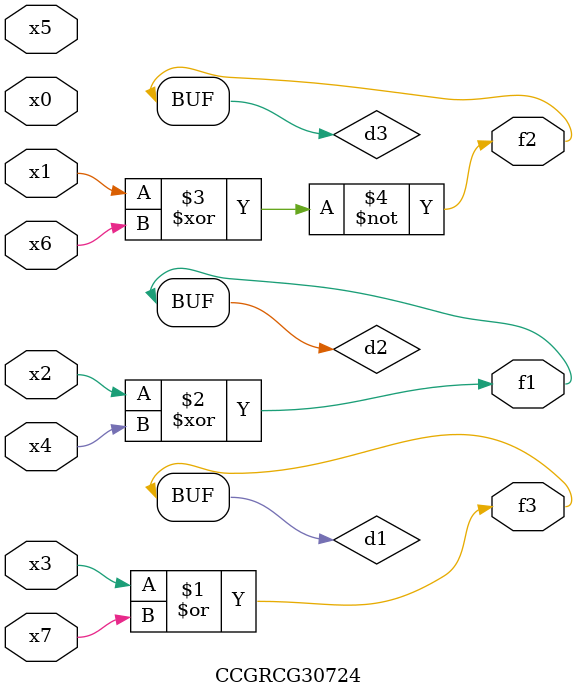
<source format=v>
module CCGRCG30724(
	input x0, x1, x2, x3, x4, x5, x6, x7,
	output f1, f2, f3
);

	wire d1, d2, d3;

	or (d1, x3, x7);
	xor (d2, x2, x4);
	xnor (d3, x1, x6);
	assign f1 = d2;
	assign f2 = d3;
	assign f3 = d1;
endmodule

</source>
